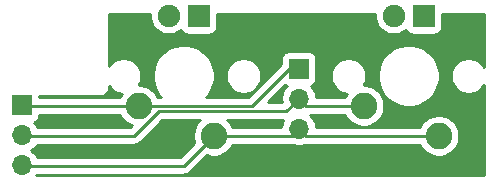
<source format=gbr>
%TF.GenerationSoftware,KiCad,Pcbnew,(5.1.6)-1*%
%TF.CreationDate,2021-09-10T13:09:24-05:00*%
%TF.ProjectId,Pikatea Macropad GB3 Addon,50696b61-7465-4612-904d-6163726f7061,rev?*%
%TF.SameCoordinates,Original*%
%TF.FileFunction,Copper,L1,Top*%
%TF.FilePolarity,Positive*%
%FSLAX46Y46*%
G04 Gerber Fmt 4.6, Leading zero omitted, Abs format (unit mm)*
G04 Created by KiCad (PCBNEW (5.1.6)-1) date 2021-09-10 13:09:24*
%MOMM*%
%LPD*%
G01*
G04 APERTURE LIST*
%TA.AperFunction,ComponentPad*%
%ADD10O,1.700000X1.700000*%
%TD*%
%TA.AperFunction,ComponentPad*%
%ADD11R,1.700000X1.700000*%
%TD*%
%TA.AperFunction,ComponentPad*%
%ADD12R,1.905000X1.905000*%
%TD*%
%TA.AperFunction,ComponentPad*%
%ADD13C,1.905000*%
%TD*%
%TA.AperFunction,ComponentPad*%
%ADD14C,2.250000*%
%TD*%
%TA.AperFunction,Conductor*%
%ADD15C,0.250000*%
%TD*%
%TA.AperFunction,NonConductor*%
%ADD16C,0.254000*%
%TD*%
G04 APERTURE END LIST*
D10*
%TO.P,J4,3*%
%TO.N,/A0*%
X174310000Y-112510000D03*
%TO.P,J4,2*%
%TO.N,/D6*%
X174310000Y-109970000D03*
D11*
%TO.P,J4,1*%
%TO.N,/D8*%
X174310000Y-107430000D03*
%TD*%
D12*
%TO.P,MX5,4*%
%TO.N,Net-(MX4-Pad4)*%
X208320000Y-99840000D03*
D13*
%TO.P,MX5,3*%
%TO.N,Net-(MX5-Pad3)*%
X205780000Y-99840000D03*
D14*
%TO.P,MX5,1*%
%TO.N,/D6*%
X203240000Y-107460000D03*
%TO.P,MX5,2*%
%TO.N,/A0*%
X209590000Y-110000000D03*
%TD*%
D12*
%TO.P,MX4,4*%
%TO.N,Net-(MX4-Pad4)*%
X189270000Y-99840000D03*
D13*
%TO.P,MX4,3*%
%TO.N,Net-(MX4-Pad3)*%
X186730000Y-99840000D03*
D14*
%TO.P,MX4,1*%
%TO.N,/D8*%
X184190000Y-107460000D03*
%TO.P,MX4,2*%
%TO.N,/A0*%
X190540000Y-110000000D03*
%TD*%
D10*
%TO.P,J5,3*%
%TO.N,/A0*%
X197760000Y-109390000D03*
%TO.P,J5,2*%
%TO.N,/D6*%
X197760000Y-106850000D03*
D11*
%TO.P,J5,1*%
%TO.N,/D8*%
X197760000Y-104310000D03*
%TD*%
D15*
%TO.N,/A0*%
X198370000Y-110000000D02*
X197760000Y-109390000D01*
X209590000Y-110000000D02*
X198370000Y-110000000D01*
X197150000Y-110000000D02*
X197760000Y-109390000D01*
X190540000Y-110000000D02*
X197150000Y-110000000D01*
X188010000Y-112530000D02*
X174490000Y-112530000D01*
X190540000Y-110000000D02*
X188010000Y-112530000D01*
%TO.N,/D6*%
X198370000Y-107460000D02*
X197760000Y-106850000D01*
X203240000Y-107460000D02*
X198370000Y-107460000D01*
X197760000Y-106850000D02*
X196699990Y-107910010D01*
X183806002Y-109990000D02*
X174490000Y-109990000D01*
X185885992Y-107910010D02*
X183806002Y-109990000D01*
X196699990Y-107910010D02*
X185885992Y-107910010D01*
%TO.N,/D8*%
X184190000Y-107460000D02*
X193784000Y-107460000D01*
X196934000Y-104310000D02*
X197760000Y-104310000D01*
X193784000Y-107460000D02*
X196934000Y-104310000D01*
X174500000Y-107460000D02*
X174490000Y-107450000D01*
X184190000Y-107460000D02*
X174500000Y-107460000D01*
%TD*%
D16*
G36*
X185142500Y-99683645D02*
G01*
X185142500Y-99996355D01*
X185203507Y-100303057D01*
X185323176Y-100591963D01*
X185496908Y-100851972D01*
X185718028Y-101073092D01*
X185978037Y-101246824D01*
X186266943Y-101366493D01*
X186573645Y-101427500D01*
X186886355Y-101427500D01*
X187193057Y-101366493D01*
X187481963Y-101246824D01*
X187741972Y-101073092D01*
X187745549Y-101069515D01*
X187786963Y-101146994D01*
X187866315Y-101243685D01*
X187963006Y-101323037D01*
X188073320Y-101382002D01*
X188193018Y-101418312D01*
X188317500Y-101430572D01*
X190222500Y-101430572D01*
X190346982Y-101418312D01*
X190466680Y-101382002D01*
X190576994Y-101323037D01*
X190673685Y-101243685D01*
X190753037Y-101146994D01*
X190812002Y-101036680D01*
X190848312Y-100916982D01*
X190860572Y-100792500D01*
X190860572Y-99660000D01*
X204197203Y-99660000D01*
X204192500Y-99683645D01*
X204192500Y-99996355D01*
X204253507Y-100303057D01*
X204373176Y-100591963D01*
X204546908Y-100851972D01*
X204768028Y-101073092D01*
X205028037Y-101246824D01*
X205316943Y-101366493D01*
X205623645Y-101427500D01*
X205936355Y-101427500D01*
X206243057Y-101366493D01*
X206531963Y-101246824D01*
X206791972Y-101073092D01*
X206795549Y-101069515D01*
X206836963Y-101146994D01*
X206916315Y-101243685D01*
X207013006Y-101323037D01*
X207123320Y-101382002D01*
X207243018Y-101418312D01*
X207367500Y-101430572D01*
X209272500Y-101430572D01*
X209396982Y-101418312D01*
X209516680Y-101382002D01*
X209626994Y-101323037D01*
X209723685Y-101243685D01*
X209803037Y-101146994D01*
X209862002Y-101036680D01*
X209898312Y-100916982D01*
X209910572Y-100792500D01*
X209910572Y-99660000D01*
X213440001Y-99660000D01*
X213440001Y-104162627D01*
X213302893Y-103957431D01*
X213092569Y-103747107D01*
X212845253Y-103581856D01*
X212570451Y-103468029D01*
X212278722Y-103410000D01*
X211981278Y-103410000D01*
X211689549Y-103468029D01*
X211414747Y-103581856D01*
X211167431Y-103747107D01*
X210957107Y-103957431D01*
X210791856Y-104204747D01*
X210678029Y-104479549D01*
X210620000Y-104771278D01*
X210620000Y-105068722D01*
X210678029Y-105360451D01*
X210791856Y-105635253D01*
X210957107Y-105882569D01*
X211167431Y-106092893D01*
X211414747Y-106258144D01*
X211689549Y-106371971D01*
X211981278Y-106430000D01*
X212278722Y-106430000D01*
X212570451Y-106371971D01*
X212845253Y-106258144D01*
X213092569Y-106092893D01*
X213302893Y-105882569D01*
X213440001Y-105677373D01*
X213440000Y-113340000D01*
X175541406Y-113340000D01*
X175574815Y-113290000D01*
X187972678Y-113290000D01*
X188010000Y-113293676D01*
X188047322Y-113290000D01*
X188047333Y-113290000D01*
X188158986Y-113279003D01*
X188302247Y-113235546D01*
X188434276Y-113164974D01*
X188550001Y-113070001D01*
X188573804Y-113040997D01*
X189952954Y-111661848D01*
X190026627Y-111692364D01*
X190366655Y-111760000D01*
X190713345Y-111760000D01*
X191053373Y-111692364D01*
X191373673Y-111559692D01*
X191661935Y-111367081D01*
X191907081Y-111121935D01*
X192099692Y-110833673D01*
X192130208Y-110760000D01*
X197112678Y-110760000D01*
X197150000Y-110763676D01*
X197187047Y-110760027D01*
X197326842Y-110817932D01*
X197613740Y-110875000D01*
X197906260Y-110875000D01*
X198193158Y-110817932D01*
X198332953Y-110760027D01*
X198369999Y-110763676D01*
X198407322Y-110760000D01*
X207999792Y-110760000D01*
X208030308Y-110833673D01*
X208222919Y-111121935D01*
X208468065Y-111367081D01*
X208756327Y-111559692D01*
X209076627Y-111692364D01*
X209416655Y-111760000D01*
X209763345Y-111760000D01*
X210103373Y-111692364D01*
X210423673Y-111559692D01*
X210711935Y-111367081D01*
X210957081Y-111121935D01*
X211149692Y-110833673D01*
X211282364Y-110513373D01*
X211350000Y-110173345D01*
X211350000Y-109826655D01*
X211282364Y-109486627D01*
X211149692Y-109166327D01*
X210957081Y-108878065D01*
X210711935Y-108632919D01*
X210423673Y-108440308D01*
X210103373Y-108307636D01*
X209763345Y-108240000D01*
X209416655Y-108240000D01*
X209076627Y-108307636D01*
X208756327Y-108440308D01*
X208468065Y-108632919D01*
X208222919Y-108878065D01*
X208030308Y-109166327D01*
X207999792Y-109240000D01*
X199244256Y-109240000D01*
X199187932Y-108956842D01*
X199075990Y-108686589D01*
X198913475Y-108443368D01*
X198706632Y-108236525D01*
X198681901Y-108220000D01*
X201649792Y-108220000D01*
X201680308Y-108293673D01*
X201872919Y-108581935D01*
X202118065Y-108827081D01*
X202406327Y-109019692D01*
X202726627Y-109152364D01*
X203066655Y-109220000D01*
X203413345Y-109220000D01*
X203753373Y-109152364D01*
X204073673Y-109019692D01*
X204361935Y-108827081D01*
X204607081Y-108581935D01*
X204799692Y-108293673D01*
X204932364Y-107973373D01*
X205000000Y-107633345D01*
X205000000Y-107286655D01*
X204932364Y-106946627D01*
X204799692Y-106626327D01*
X204607081Y-106338065D01*
X204361935Y-106092919D01*
X204073673Y-105900308D01*
X203753373Y-105767636D01*
X203413345Y-105700000D01*
X203264882Y-105700000D01*
X203308144Y-105635253D01*
X203421971Y-105360451D01*
X203480000Y-105068722D01*
X203480000Y-104771278D01*
X203458080Y-104661076D01*
X204421100Y-104661076D01*
X204421100Y-105178924D01*
X204522127Y-105686822D01*
X204720299Y-106165251D01*
X205008000Y-106595826D01*
X205374174Y-106962000D01*
X205804749Y-107249701D01*
X206283178Y-107447873D01*
X206791076Y-107548900D01*
X207308924Y-107548900D01*
X207816822Y-107447873D01*
X208295251Y-107249701D01*
X208725826Y-106962000D01*
X209092000Y-106595826D01*
X209379701Y-106165251D01*
X209577873Y-105686822D01*
X209678900Y-105178924D01*
X209678900Y-104661076D01*
X209577873Y-104153178D01*
X209379701Y-103674749D01*
X209092000Y-103244174D01*
X208725826Y-102878000D01*
X208295251Y-102590299D01*
X207816822Y-102392127D01*
X207308924Y-102291100D01*
X206791076Y-102291100D01*
X206283178Y-102392127D01*
X205804749Y-102590299D01*
X205374174Y-102878000D01*
X205008000Y-103244174D01*
X204720299Y-103674749D01*
X204522127Y-104153178D01*
X204421100Y-104661076D01*
X203458080Y-104661076D01*
X203421971Y-104479549D01*
X203308144Y-104204747D01*
X203142893Y-103957431D01*
X202932569Y-103747107D01*
X202685253Y-103581856D01*
X202410451Y-103468029D01*
X202118722Y-103410000D01*
X201821278Y-103410000D01*
X201529549Y-103468029D01*
X201254747Y-103581856D01*
X201007431Y-103747107D01*
X200797107Y-103957431D01*
X200631856Y-104204747D01*
X200518029Y-104479549D01*
X200460000Y-104771278D01*
X200460000Y-105068722D01*
X200518029Y-105360451D01*
X200631856Y-105635253D01*
X200797107Y-105882569D01*
X201007431Y-106092893D01*
X201254747Y-106258144D01*
X201529549Y-106371971D01*
X201812638Y-106428281D01*
X201680308Y-106626327D01*
X201649792Y-106700000D01*
X199244256Y-106700000D01*
X199187932Y-106416842D01*
X199075990Y-106146589D01*
X198913475Y-105903368D01*
X198781620Y-105771513D01*
X198854180Y-105749502D01*
X198964494Y-105690537D01*
X199061185Y-105611185D01*
X199140537Y-105514494D01*
X199199502Y-105404180D01*
X199235812Y-105284482D01*
X199248072Y-105160000D01*
X199248072Y-103460000D01*
X199235812Y-103335518D01*
X199199502Y-103215820D01*
X199140537Y-103105506D01*
X199061185Y-103008815D01*
X198964494Y-102929463D01*
X198854180Y-102870498D01*
X198734482Y-102834188D01*
X198610000Y-102821928D01*
X196910000Y-102821928D01*
X196785518Y-102834188D01*
X196665820Y-102870498D01*
X196555506Y-102929463D01*
X196458815Y-103008815D01*
X196379463Y-103105506D01*
X196320498Y-103215820D01*
X196284188Y-103335518D01*
X196271928Y-103460000D01*
X196271928Y-103897270D01*
X193469199Y-106700000D01*
X189937826Y-106700000D01*
X190042000Y-106595826D01*
X190329701Y-106165251D01*
X190527873Y-105686822D01*
X190628900Y-105178924D01*
X190628900Y-104771278D01*
X191570000Y-104771278D01*
X191570000Y-105068722D01*
X191628029Y-105360451D01*
X191741856Y-105635253D01*
X191907107Y-105882569D01*
X192117431Y-106092893D01*
X192364747Y-106258144D01*
X192639549Y-106371971D01*
X192931278Y-106430000D01*
X193228722Y-106430000D01*
X193520451Y-106371971D01*
X193795253Y-106258144D01*
X194042569Y-106092893D01*
X194252893Y-105882569D01*
X194418144Y-105635253D01*
X194531971Y-105360451D01*
X194590000Y-105068722D01*
X194590000Y-104771278D01*
X194531971Y-104479549D01*
X194418144Y-104204747D01*
X194252893Y-103957431D01*
X194042569Y-103747107D01*
X193795253Y-103581856D01*
X193520451Y-103468029D01*
X193228722Y-103410000D01*
X192931278Y-103410000D01*
X192639549Y-103468029D01*
X192364747Y-103581856D01*
X192117431Y-103747107D01*
X191907107Y-103957431D01*
X191741856Y-104204747D01*
X191628029Y-104479549D01*
X191570000Y-104771278D01*
X190628900Y-104771278D01*
X190628900Y-104661076D01*
X190527873Y-104153178D01*
X190329701Y-103674749D01*
X190042000Y-103244174D01*
X189675826Y-102878000D01*
X189245251Y-102590299D01*
X188766822Y-102392127D01*
X188258924Y-102291100D01*
X187741076Y-102291100D01*
X187233178Y-102392127D01*
X186754749Y-102590299D01*
X186324174Y-102878000D01*
X185958000Y-103244174D01*
X185670299Y-103674749D01*
X185472127Y-104153178D01*
X185371100Y-104661076D01*
X185371100Y-105178924D01*
X185472127Y-105686822D01*
X185670299Y-106165251D01*
X185958000Y-106595826D01*
X186062174Y-106700000D01*
X185780208Y-106700000D01*
X185749692Y-106626327D01*
X185557081Y-106338065D01*
X185311935Y-106092919D01*
X185023673Y-105900308D01*
X184703373Y-105767636D01*
X184363345Y-105700000D01*
X184214882Y-105700000D01*
X184258144Y-105635253D01*
X184371971Y-105360451D01*
X184430000Y-105068722D01*
X184430000Y-104771278D01*
X184371971Y-104479549D01*
X184258144Y-104204747D01*
X184092893Y-103957431D01*
X183882569Y-103747107D01*
X183635253Y-103581856D01*
X183360451Y-103468029D01*
X183068722Y-103410000D01*
X182771278Y-103410000D01*
X182479549Y-103468029D01*
X182204747Y-103581856D01*
X181957431Y-103747107D01*
X181747107Y-103957431D01*
X181660000Y-104087796D01*
X181660000Y-99660000D01*
X185147203Y-99660000D01*
X185142500Y-99683645D01*
G37*
X185142500Y-99683645D02*
X185142500Y-99996355D01*
X185203507Y-100303057D01*
X185323176Y-100591963D01*
X185496908Y-100851972D01*
X185718028Y-101073092D01*
X185978037Y-101246824D01*
X186266943Y-101366493D01*
X186573645Y-101427500D01*
X186886355Y-101427500D01*
X187193057Y-101366493D01*
X187481963Y-101246824D01*
X187741972Y-101073092D01*
X187745549Y-101069515D01*
X187786963Y-101146994D01*
X187866315Y-101243685D01*
X187963006Y-101323037D01*
X188073320Y-101382002D01*
X188193018Y-101418312D01*
X188317500Y-101430572D01*
X190222500Y-101430572D01*
X190346982Y-101418312D01*
X190466680Y-101382002D01*
X190576994Y-101323037D01*
X190673685Y-101243685D01*
X190753037Y-101146994D01*
X190812002Y-101036680D01*
X190848312Y-100916982D01*
X190860572Y-100792500D01*
X190860572Y-99660000D01*
X204197203Y-99660000D01*
X204192500Y-99683645D01*
X204192500Y-99996355D01*
X204253507Y-100303057D01*
X204373176Y-100591963D01*
X204546908Y-100851972D01*
X204768028Y-101073092D01*
X205028037Y-101246824D01*
X205316943Y-101366493D01*
X205623645Y-101427500D01*
X205936355Y-101427500D01*
X206243057Y-101366493D01*
X206531963Y-101246824D01*
X206791972Y-101073092D01*
X206795549Y-101069515D01*
X206836963Y-101146994D01*
X206916315Y-101243685D01*
X207013006Y-101323037D01*
X207123320Y-101382002D01*
X207243018Y-101418312D01*
X207367500Y-101430572D01*
X209272500Y-101430572D01*
X209396982Y-101418312D01*
X209516680Y-101382002D01*
X209626994Y-101323037D01*
X209723685Y-101243685D01*
X209803037Y-101146994D01*
X209862002Y-101036680D01*
X209898312Y-100916982D01*
X209910572Y-100792500D01*
X209910572Y-99660000D01*
X213440001Y-99660000D01*
X213440001Y-104162627D01*
X213302893Y-103957431D01*
X213092569Y-103747107D01*
X212845253Y-103581856D01*
X212570451Y-103468029D01*
X212278722Y-103410000D01*
X211981278Y-103410000D01*
X211689549Y-103468029D01*
X211414747Y-103581856D01*
X211167431Y-103747107D01*
X210957107Y-103957431D01*
X210791856Y-104204747D01*
X210678029Y-104479549D01*
X210620000Y-104771278D01*
X210620000Y-105068722D01*
X210678029Y-105360451D01*
X210791856Y-105635253D01*
X210957107Y-105882569D01*
X211167431Y-106092893D01*
X211414747Y-106258144D01*
X211689549Y-106371971D01*
X211981278Y-106430000D01*
X212278722Y-106430000D01*
X212570451Y-106371971D01*
X212845253Y-106258144D01*
X213092569Y-106092893D01*
X213302893Y-105882569D01*
X213440001Y-105677373D01*
X213440000Y-113340000D01*
X175541406Y-113340000D01*
X175574815Y-113290000D01*
X187972678Y-113290000D01*
X188010000Y-113293676D01*
X188047322Y-113290000D01*
X188047333Y-113290000D01*
X188158986Y-113279003D01*
X188302247Y-113235546D01*
X188434276Y-113164974D01*
X188550001Y-113070001D01*
X188573804Y-113040997D01*
X189952954Y-111661848D01*
X190026627Y-111692364D01*
X190366655Y-111760000D01*
X190713345Y-111760000D01*
X191053373Y-111692364D01*
X191373673Y-111559692D01*
X191661935Y-111367081D01*
X191907081Y-111121935D01*
X192099692Y-110833673D01*
X192130208Y-110760000D01*
X197112678Y-110760000D01*
X197150000Y-110763676D01*
X197187047Y-110760027D01*
X197326842Y-110817932D01*
X197613740Y-110875000D01*
X197906260Y-110875000D01*
X198193158Y-110817932D01*
X198332953Y-110760027D01*
X198369999Y-110763676D01*
X198407322Y-110760000D01*
X207999792Y-110760000D01*
X208030308Y-110833673D01*
X208222919Y-111121935D01*
X208468065Y-111367081D01*
X208756327Y-111559692D01*
X209076627Y-111692364D01*
X209416655Y-111760000D01*
X209763345Y-111760000D01*
X210103373Y-111692364D01*
X210423673Y-111559692D01*
X210711935Y-111367081D01*
X210957081Y-111121935D01*
X211149692Y-110833673D01*
X211282364Y-110513373D01*
X211350000Y-110173345D01*
X211350000Y-109826655D01*
X211282364Y-109486627D01*
X211149692Y-109166327D01*
X210957081Y-108878065D01*
X210711935Y-108632919D01*
X210423673Y-108440308D01*
X210103373Y-108307636D01*
X209763345Y-108240000D01*
X209416655Y-108240000D01*
X209076627Y-108307636D01*
X208756327Y-108440308D01*
X208468065Y-108632919D01*
X208222919Y-108878065D01*
X208030308Y-109166327D01*
X207999792Y-109240000D01*
X199244256Y-109240000D01*
X199187932Y-108956842D01*
X199075990Y-108686589D01*
X198913475Y-108443368D01*
X198706632Y-108236525D01*
X198681901Y-108220000D01*
X201649792Y-108220000D01*
X201680308Y-108293673D01*
X201872919Y-108581935D01*
X202118065Y-108827081D01*
X202406327Y-109019692D01*
X202726627Y-109152364D01*
X203066655Y-109220000D01*
X203413345Y-109220000D01*
X203753373Y-109152364D01*
X204073673Y-109019692D01*
X204361935Y-108827081D01*
X204607081Y-108581935D01*
X204799692Y-108293673D01*
X204932364Y-107973373D01*
X205000000Y-107633345D01*
X205000000Y-107286655D01*
X204932364Y-106946627D01*
X204799692Y-106626327D01*
X204607081Y-106338065D01*
X204361935Y-106092919D01*
X204073673Y-105900308D01*
X203753373Y-105767636D01*
X203413345Y-105700000D01*
X203264882Y-105700000D01*
X203308144Y-105635253D01*
X203421971Y-105360451D01*
X203480000Y-105068722D01*
X203480000Y-104771278D01*
X203458080Y-104661076D01*
X204421100Y-104661076D01*
X204421100Y-105178924D01*
X204522127Y-105686822D01*
X204720299Y-106165251D01*
X205008000Y-106595826D01*
X205374174Y-106962000D01*
X205804749Y-107249701D01*
X206283178Y-107447873D01*
X206791076Y-107548900D01*
X207308924Y-107548900D01*
X207816822Y-107447873D01*
X208295251Y-107249701D01*
X208725826Y-106962000D01*
X209092000Y-106595826D01*
X209379701Y-106165251D01*
X209577873Y-105686822D01*
X209678900Y-105178924D01*
X209678900Y-104661076D01*
X209577873Y-104153178D01*
X209379701Y-103674749D01*
X209092000Y-103244174D01*
X208725826Y-102878000D01*
X208295251Y-102590299D01*
X207816822Y-102392127D01*
X207308924Y-102291100D01*
X206791076Y-102291100D01*
X206283178Y-102392127D01*
X205804749Y-102590299D01*
X205374174Y-102878000D01*
X205008000Y-103244174D01*
X204720299Y-103674749D01*
X204522127Y-104153178D01*
X204421100Y-104661076D01*
X203458080Y-104661076D01*
X203421971Y-104479549D01*
X203308144Y-104204747D01*
X203142893Y-103957431D01*
X202932569Y-103747107D01*
X202685253Y-103581856D01*
X202410451Y-103468029D01*
X202118722Y-103410000D01*
X201821278Y-103410000D01*
X201529549Y-103468029D01*
X201254747Y-103581856D01*
X201007431Y-103747107D01*
X200797107Y-103957431D01*
X200631856Y-104204747D01*
X200518029Y-104479549D01*
X200460000Y-104771278D01*
X200460000Y-105068722D01*
X200518029Y-105360451D01*
X200631856Y-105635253D01*
X200797107Y-105882569D01*
X201007431Y-106092893D01*
X201254747Y-106258144D01*
X201529549Y-106371971D01*
X201812638Y-106428281D01*
X201680308Y-106626327D01*
X201649792Y-106700000D01*
X199244256Y-106700000D01*
X199187932Y-106416842D01*
X199075990Y-106146589D01*
X198913475Y-105903368D01*
X198781620Y-105771513D01*
X198854180Y-105749502D01*
X198964494Y-105690537D01*
X199061185Y-105611185D01*
X199140537Y-105514494D01*
X199199502Y-105404180D01*
X199235812Y-105284482D01*
X199248072Y-105160000D01*
X199248072Y-103460000D01*
X199235812Y-103335518D01*
X199199502Y-103215820D01*
X199140537Y-103105506D01*
X199061185Y-103008815D01*
X198964494Y-102929463D01*
X198854180Y-102870498D01*
X198734482Y-102834188D01*
X198610000Y-102821928D01*
X196910000Y-102821928D01*
X196785518Y-102834188D01*
X196665820Y-102870498D01*
X196555506Y-102929463D01*
X196458815Y-103008815D01*
X196379463Y-103105506D01*
X196320498Y-103215820D01*
X196284188Y-103335518D01*
X196271928Y-103460000D01*
X196271928Y-103897270D01*
X193469199Y-106700000D01*
X189937826Y-106700000D01*
X190042000Y-106595826D01*
X190329701Y-106165251D01*
X190527873Y-105686822D01*
X190628900Y-105178924D01*
X190628900Y-104771278D01*
X191570000Y-104771278D01*
X191570000Y-105068722D01*
X191628029Y-105360451D01*
X191741856Y-105635253D01*
X191907107Y-105882569D01*
X192117431Y-106092893D01*
X192364747Y-106258144D01*
X192639549Y-106371971D01*
X192931278Y-106430000D01*
X193228722Y-106430000D01*
X193520451Y-106371971D01*
X193795253Y-106258144D01*
X194042569Y-106092893D01*
X194252893Y-105882569D01*
X194418144Y-105635253D01*
X194531971Y-105360451D01*
X194590000Y-105068722D01*
X194590000Y-104771278D01*
X194531971Y-104479549D01*
X194418144Y-104204747D01*
X194252893Y-103957431D01*
X194042569Y-103747107D01*
X193795253Y-103581856D01*
X193520451Y-103468029D01*
X193228722Y-103410000D01*
X192931278Y-103410000D01*
X192639549Y-103468029D01*
X192364747Y-103581856D01*
X192117431Y-103747107D01*
X191907107Y-103957431D01*
X191741856Y-104204747D01*
X191628029Y-104479549D01*
X191570000Y-104771278D01*
X190628900Y-104771278D01*
X190628900Y-104661076D01*
X190527873Y-104153178D01*
X190329701Y-103674749D01*
X190042000Y-103244174D01*
X189675826Y-102878000D01*
X189245251Y-102590299D01*
X188766822Y-102392127D01*
X188258924Y-102291100D01*
X187741076Y-102291100D01*
X187233178Y-102392127D01*
X186754749Y-102590299D01*
X186324174Y-102878000D01*
X185958000Y-103244174D01*
X185670299Y-103674749D01*
X185472127Y-104153178D01*
X185371100Y-104661076D01*
X185371100Y-105178924D01*
X185472127Y-105686822D01*
X185670299Y-106165251D01*
X185958000Y-106595826D01*
X186062174Y-106700000D01*
X185780208Y-106700000D01*
X185749692Y-106626327D01*
X185557081Y-106338065D01*
X185311935Y-106092919D01*
X185023673Y-105900308D01*
X184703373Y-105767636D01*
X184363345Y-105700000D01*
X184214882Y-105700000D01*
X184258144Y-105635253D01*
X184371971Y-105360451D01*
X184430000Y-105068722D01*
X184430000Y-104771278D01*
X184371971Y-104479549D01*
X184258144Y-104204747D01*
X184092893Y-103957431D01*
X183882569Y-103747107D01*
X183635253Y-103581856D01*
X183360451Y-103468029D01*
X183068722Y-103410000D01*
X182771278Y-103410000D01*
X182479549Y-103468029D01*
X182204747Y-103581856D01*
X181957431Y-103747107D01*
X181747107Y-103957431D01*
X181660000Y-104087796D01*
X181660000Y-99660000D01*
X185147203Y-99660000D01*
X185142500Y-99683645D01*
G36*
X189172919Y-108878065D02*
G01*
X188980308Y-109166327D01*
X188847636Y-109486627D01*
X188780000Y-109826655D01*
X188780000Y-110173345D01*
X188847636Y-110513373D01*
X188878152Y-110587046D01*
X187695199Y-111770000D01*
X175601542Y-111770000D01*
X175463475Y-111563368D01*
X175256632Y-111356525D01*
X175082240Y-111240000D01*
X175256632Y-111123475D01*
X175463475Y-110916632D01*
X175574815Y-110750000D01*
X183768680Y-110750000D01*
X183806002Y-110753676D01*
X183843324Y-110750000D01*
X183843335Y-110750000D01*
X183954988Y-110739003D01*
X184098249Y-110695546D01*
X184230278Y-110624974D01*
X184346003Y-110530001D01*
X184369806Y-110500997D01*
X186200794Y-108670010D01*
X189380974Y-108670010D01*
X189172919Y-108878065D01*
G37*
X189172919Y-108878065D02*
X188980308Y-109166327D01*
X188847636Y-109486627D01*
X188780000Y-109826655D01*
X188780000Y-110173345D01*
X188847636Y-110513373D01*
X188878152Y-110587046D01*
X187695199Y-111770000D01*
X175601542Y-111770000D01*
X175463475Y-111563368D01*
X175256632Y-111356525D01*
X175082240Y-111240000D01*
X175256632Y-111123475D01*
X175463475Y-110916632D01*
X175574815Y-110750000D01*
X183768680Y-110750000D01*
X183806002Y-110753676D01*
X183843324Y-110750000D01*
X183843335Y-110750000D01*
X183954988Y-110739003D01*
X184098249Y-110695546D01*
X184230278Y-110624974D01*
X184346003Y-110530001D01*
X184369806Y-110500997D01*
X186200794Y-108670010D01*
X189380974Y-108670010D01*
X189172919Y-108878065D01*
G36*
X196444010Y-108686589D02*
G01*
X196332068Y-108956842D01*
X196275744Y-109240000D01*
X192130208Y-109240000D01*
X192099692Y-109166327D01*
X191907081Y-108878065D01*
X191699026Y-108670010D01*
X196455088Y-108670010D01*
X196444010Y-108686589D01*
G37*
X196444010Y-108686589D02*
X196332068Y-108956842D01*
X196275744Y-109240000D01*
X192130208Y-109240000D01*
X192099692Y-109166327D01*
X191907081Y-108878065D01*
X191699026Y-108670010D01*
X196455088Y-108670010D01*
X196444010Y-108686589D01*
G36*
X182630308Y-108293673D02*
G01*
X182822919Y-108581935D01*
X183068065Y-108827081D01*
X183356327Y-109019692D01*
X183600408Y-109120793D01*
X183491201Y-109230000D01*
X175601542Y-109230000D01*
X175463475Y-109023368D01*
X175331620Y-108891513D01*
X175404180Y-108869502D01*
X175514494Y-108810537D01*
X175611185Y-108731185D01*
X175690537Y-108634494D01*
X175749502Y-108524180D01*
X175785812Y-108404482D01*
X175798072Y-108280000D01*
X175798072Y-108220000D01*
X182599792Y-108220000D01*
X182630308Y-108293673D01*
G37*
X182630308Y-108293673D02*
X182822919Y-108581935D01*
X183068065Y-108827081D01*
X183356327Y-109019692D01*
X183600408Y-109120793D01*
X183491201Y-109230000D01*
X175601542Y-109230000D01*
X175463475Y-109023368D01*
X175331620Y-108891513D01*
X175404180Y-108869502D01*
X175514494Y-108810537D01*
X175611185Y-108731185D01*
X175690537Y-108634494D01*
X175749502Y-108524180D01*
X175785812Y-108404482D01*
X175798072Y-108280000D01*
X175798072Y-108220000D01*
X182599792Y-108220000D01*
X182630308Y-108293673D01*
G36*
X196665820Y-105749502D02*
G01*
X196738380Y-105771513D01*
X196606525Y-105903368D01*
X196444010Y-106146589D01*
X196332068Y-106416842D01*
X196275000Y-106703740D01*
X196275000Y-106996260D01*
X196305583Y-107150010D01*
X195168791Y-107150010D01*
X196602921Y-105715881D01*
X196665820Y-105749502D01*
G37*
X196665820Y-105749502D02*
X196738380Y-105771513D01*
X196606525Y-105903368D01*
X196444010Y-106146589D01*
X196332068Y-106416842D01*
X196275000Y-106703740D01*
X196275000Y-106996260D01*
X196305583Y-107150010D01*
X195168791Y-107150010D01*
X196602921Y-105715881D01*
X196665820Y-105749502D01*
G36*
X181747107Y-105882569D02*
G01*
X181957431Y-106092893D01*
X182204747Y-106258144D01*
X182479549Y-106371971D01*
X182762638Y-106428281D01*
X182630308Y-106626327D01*
X182599792Y-106700000D01*
X175798072Y-106700000D01*
X175798072Y-106660000D01*
X180967581Y-106660000D01*
X181000000Y-106663193D01*
X181032419Y-106660000D01*
X181129383Y-106650450D01*
X181253793Y-106612710D01*
X181368450Y-106551425D01*
X181468948Y-106468948D01*
X181551425Y-106368450D01*
X181612710Y-106253793D01*
X181650450Y-106129383D01*
X181663193Y-106000000D01*
X181660000Y-105967581D01*
X181660000Y-105752204D01*
X181747107Y-105882569D01*
G37*
X181747107Y-105882569D02*
X181957431Y-106092893D01*
X182204747Y-106258144D01*
X182479549Y-106371971D01*
X182762638Y-106428281D01*
X182630308Y-106626327D01*
X182599792Y-106700000D01*
X175798072Y-106700000D01*
X175798072Y-106660000D01*
X180967581Y-106660000D01*
X181000000Y-106663193D01*
X181032419Y-106660000D01*
X181129383Y-106650450D01*
X181253793Y-106612710D01*
X181368450Y-106551425D01*
X181468948Y-106468948D01*
X181551425Y-106368450D01*
X181612710Y-106253793D01*
X181650450Y-106129383D01*
X181663193Y-106000000D01*
X181660000Y-105967581D01*
X181660000Y-105752204D01*
X181747107Y-105882569D01*
M02*

</source>
